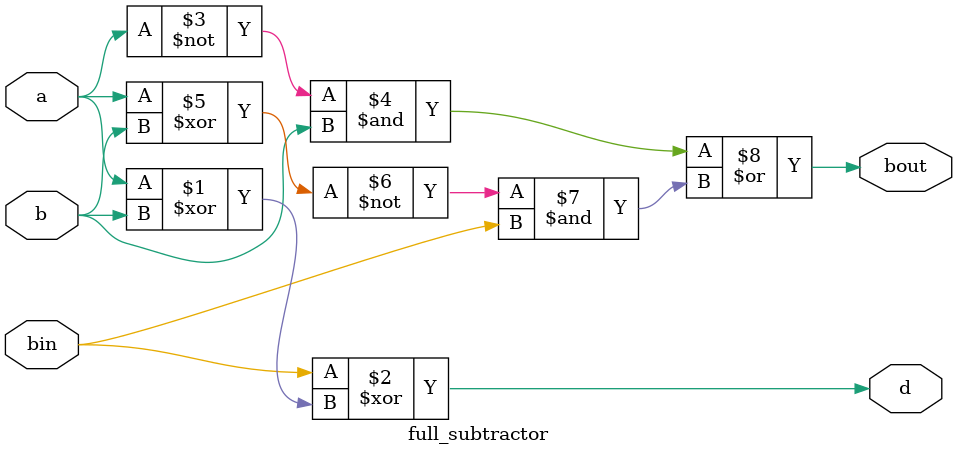
<source format=v>
module full_subtractor(a,b,bin,d,bout);
    input  a,b,bin;
    output  d,bout;
    // wire xor1, and1, and2, not1, not2;

    //not (not1, a);
    //xor (xor1, a, b);
    //and (and1, not1, b);
    //not (not2, xor1);
    //xor (d, bin, xor1);
    //and (and2, not2, and1);
    //or (bout, and2, and1);
	assign d = (bin ^ (a ^ b));
	assign bout = ((~a) & b) | ((~(a ^ b)) & bin);


endmodule

</source>
